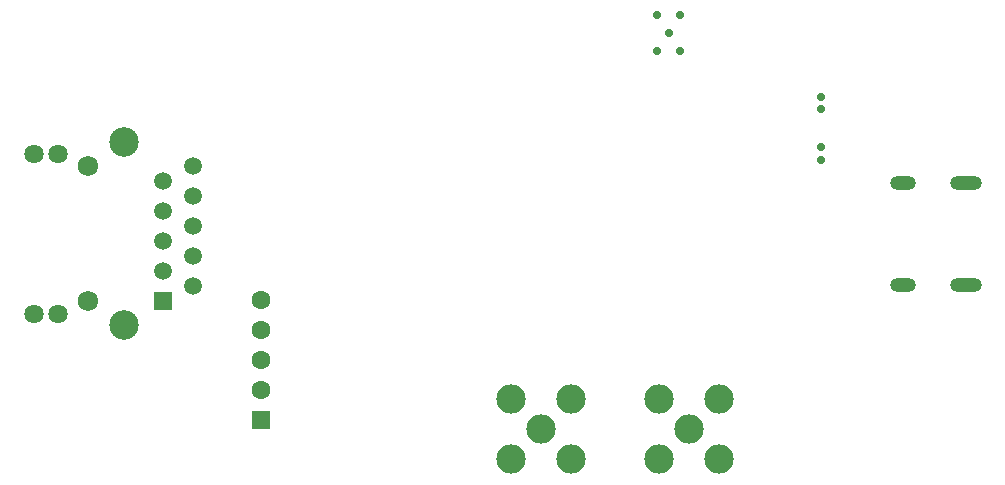
<source format=gbs>
G04*
G04 #@! TF.GenerationSoftware,Altium Limited,Altium Designer,24.4.1 (13)*
G04*
G04 Layer_Color=16711935*
%FSLAX44Y44*%
%MOMM*%
G71*
G04*
G04 #@! TF.SameCoordinates,ACC96D32-63CC-4302-8C89-0BD74F9CC5ED*
G04*
G04*
G04 #@! TF.FilePolarity,Negative*
G04*
G01*
G75*
%ADD56C,1.5000*%
%ADD71O,2.7000X1.2000*%
%ADD72O,2.2000X1.2000*%
%ADD73C,2.4850*%
%ADD74C,1.6000*%
%ADD75R,1.6000X1.6000*%
%ADD76C,0.1000*%
%ADD77C,1.7250*%
%ADD78C,2.5000*%
%ADD79C,1.6300*%
%ADD80R,1.5000X1.5000*%
%ADD81C,0.7000*%
D56*
X550000Y667200D02*
D03*
X524600Y654500D02*
D03*
X550000Y641800D02*
D03*
X524600Y629100D02*
D03*
X550000Y616400D02*
D03*
X524600Y603700D02*
D03*
X550000Y591000D02*
D03*
X524600Y578300D02*
D03*
X550000Y565600D02*
D03*
D71*
X1204600Y566600D02*
D03*
Y653000D02*
D03*
D72*
X1151100Y566800D02*
D03*
Y653200D02*
D03*
D73*
X870400Y470400D02*
D03*
X819600D02*
D03*
Y419600D02*
D03*
X870400D02*
D03*
X845000Y445000D02*
D03*
X995400Y470400D02*
D03*
X944600D02*
D03*
Y419600D02*
D03*
X995400D02*
D03*
X970000Y445000D02*
D03*
D74*
X608000Y528200D02*
D03*
Y553600D02*
D03*
Y502800D02*
D03*
Y477400D02*
D03*
D75*
Y452000D02*
D03*
D76*
X550000Y435000D02*
D03*
Y785000D02*
D03*
X1050000D02*
D03*
Y435000D02*
D03*
D77*
X461100Y667200D02*
D03*
Y552900D02*
D03*
D78*
X491600Y687550D02*
D03*
Y532550D02*
D03*
D79*
X415400Y542200D02*
D03*
X435700D02*
D03*
X415400Y677900D02*
D03*
X435700D02*
D03*
D80*
X524600Y552900D02*
D03*
D81*
X963000Y765000D02*
D03*
X943000D02*
D03*
Y795000D02*
D03*
X963000D02*
D03*
X953000Y780000D02*
D03*
X1082002Y725670D02*
D03*
X1082000Y716000D02*
D03*
X1082002Y683170D02*
D03*
Y672170D02*
D03*
M02*

</source>
